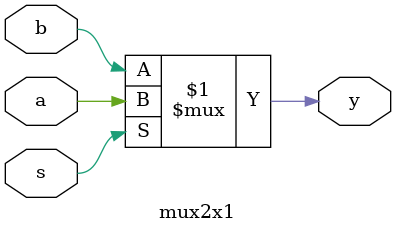
<source format=v>
`timescale 1ns / 1ps


module mux2x1(
        input a,
        input b,
        input s,
        output y
    );
    
    assign y = s ? a : b;
    
endmodule

</source>
